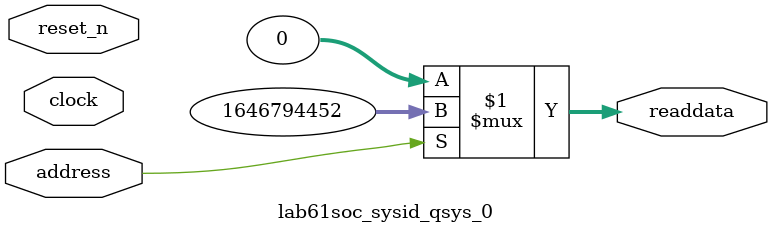
<source format=v>



// synthesis translate_off
`timescale 1ns / 1ps
// synthesis translate_on

// turn off superfluous verilog processor warnings 
// altera message_level Level1 
// altera message_off 10034 10035 10036 10037 10230 10240 10030 

module lab61soc_sysid_qsys_0 (
               // inputs:
                address,
                clock,
                reset_n,

               // outputs:
                readdata
             )
;

  output  [ 31: 0] readdata;
  input            address;
  input            clock;
  input            reset_n;

  wire    [ 31: 0] readdata;
  //control_slave, which is an e_avalon_slave
  assign readdata = address ? 1646794452 : 0;

endmodule



</source>
